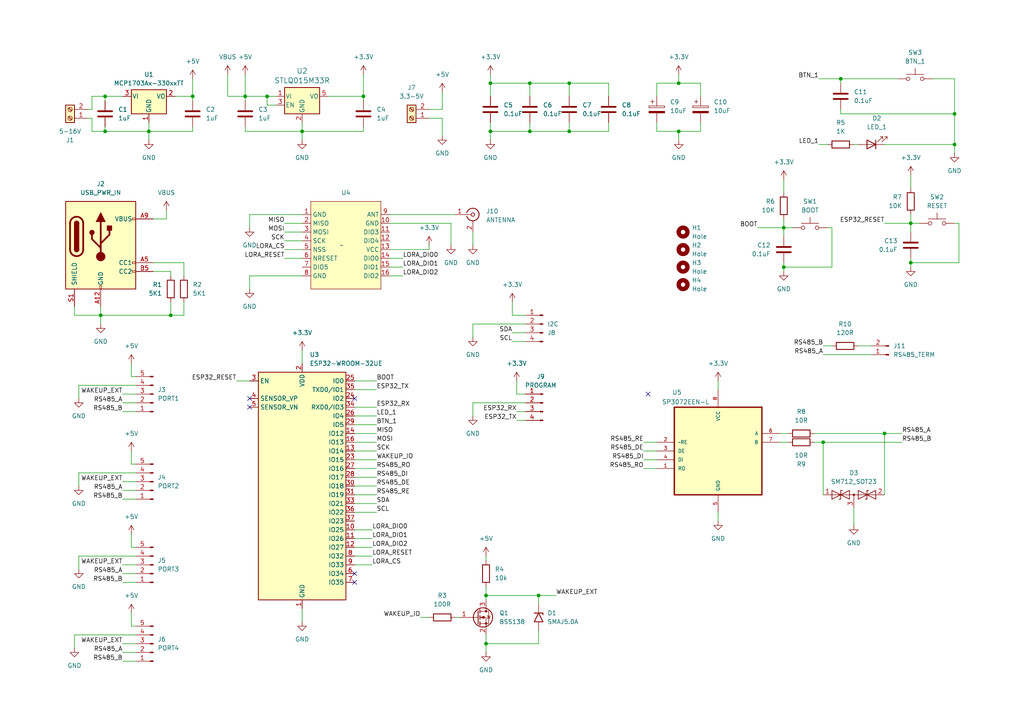
<source format=kicad_sch>
(kicad_sch (version 20250114) (generator "eeschema") (generator_version "9.0")
  (paper "A4")
  (title_block (title "Weather Station Controller Board") (date "2024-09-01") (rev "2.0.0") (company "Artichoke Technologies"))
  (junction (at 243.84 22.86))
  (junction (at 140.97 186.69))
  (junction (at 71.12 27.94))
  (junction (at 264.16 64.77))
  (junction (at 55.88 27.94))
  (junction (at 140.97 172.72))
  (junction (at 43.18 38.1))
  (junction (at 196.85 24.13))
  (junction (at 30.48 38.1))
  (junction (at 153.67 38.1))
  (junction (at 238.76 128.27))
  (junction (at 156.21 172.72))
  (junction (at 30.48 27.94))
  (junction (at 227.33 77.47))
  (junction (at 264.16 76.2))
  (junction (at 142.24 24.13))
  (junction (at 165.1 24.13))
  (junction (at 276.86 33.02))
  (junction (at 165.1 38.1))
  (junction (at 276.86 41.91))
  (junction (at 77.47 27.94))
  (junction (at 49.53 91.44))
  (junction (at 227.33 66.04))
  (junction (at 196.85 38.1))
  (junction (at 256.54 125.73))
  (junction (at 29.21 91.44))
  (junction (at 153.67 24.13))
  (junction (at 87.63 38.1))
  (junction (at 142.24 38.1))
  (junction (at 105.41 27.94))
  (no_connect (at 102.87 115.57))
  (no_connect (at 72.39 115.57))
  (no_connect (at 72.39 118.11))
  (no_connect (at 102.87 166.37))
  (no_connect (at 102.87 168.91))
  (no_connect (at 187.96 114.3))
  (wire (pts (xy 82.55 64.77) (xy 87.63 64.77)))
  (wire (pts (xy 156.21 182.88) (xy 156.21 186.69)))
  (wire (pts (xy 128.27 26.67) (xy 128.27 31.75)))
  (wire (pts (xy 165.1 24.13) (xy 176.53 24.13)))
  (wire (pts (xy 66.04 27.94) (xy 71.12 27.94)))
  (wire (pts (xy 35.56 114.3) (xy 39.37 114.3)))
  (wire (pts (xy 140.97 184.15) (xy 140.97 186.69)))
  (wire (pts (xy 49.53 78.74) (xy 49.53 80.01)))
  (wire (pts (xy 243.84 31.75) (xy 243.84 33.02)))
  (wire (pts (xy 38.1 177.8) (xy 38.1 181.61)))
  (wire (pts (xy 203.2 38.1) (xy 196.85 38.1)))
  (wire (pts (xy 102.87 110.49) (xy 109.22 110.49)))
  (wire (pts (xy 95.25 27.94) (xy 105.41 27.94)))
  (wire (pts (xy 140.97 172.72) (xy 156.21 172.72)))
  (wire (pts (xy 22.86 111.76) (xy 22.86 115.57)))
  (wire (pts (xy 105.41 27.94) (xy 105.41 29.21)))
  (wire (pts (xy 26.67 27.94) (xy 30.48 27.94)))
  (wire (pts (xy 137.16 116.84) (xy 137.16 120.65)))
  (wire (pts (xy 256.54 41.91) (xy 276.86 41.91)))
  (wire (pts (xy 165.1 24.13) (xy 165.1 27.94)))
  (wire (pts (xy 266.7 64.77) (xy 264.16 64.77)))
  (wire (pts (xy 264.16 64.77) (xy 264.16 67.31)))
  (wire (pts (xy 113.03 74.93) (xy 116.84 74.93)))
  (wire (pts (xy 256.54 125.73) (xy 256.54 143.51)))
  (wire (pts (xy 156.21 186.69) (xy 140.97 186.69)))
  (wire (pts (xy 22.86 137.16) (xy 22.86 140.97)))
  (wire (pts (xy 176.53 24.13) (xy 176.53 27.94)))
  (wire (pts (xy 256.54 125.73) (xy 261.62 125.73)))
  (wire (pts (xy 130.81 64.77) (xy 130.81 71.12)))
  (wire (pts (xy 77.47 30.48) (xy 77.47 27.94)))
  (wire (pts (xy 113.03 62.23) (xy 132.08 62.23)))
  (wire (pts (xy 30.48 27.94) (xy 35.56 27.94)))
  (wire (pts (xy 276.86 64.77) (xy 278.13 64.77)))
  (wire (pts (xy 124.46 71.12) (xy 124.46 72.39)))
  (wire (pts (xy 113.03 64.77) (xy 130.81 64.77)))
  (wire (pts (xy 113.03 72.39) (xy 124.46 72.39)))
  (wire (pts (xy 238.76 100.33) (xy 241.3 100.33)))
  (wire (pts (xy 82.55 69.85) (xy 87.63 69.85)))
  (wire (pts (xy 248.92 100.33) (xy 252.73 100.33)))
  (wire (pts (xy 35.56 191.77) (xy 39.37 191.77)))
  (wire (pts (xy 153.67 35.56) (xy 153.67 38.1)))
  (wire (pts (xy 44.45 63.5) (xy 48.26 63.5)))
  (wire (pts (xy 264.16 76.2) (xy 264.16 77.47)))
  (wire (pts (xy 140.97 172.72) (xy 140.97 173.99)))
  (wire (pts (xy 55.88 22.86) (xy 55.88 27.94)))
  (wire (pts (xy 39.37 111.76) (xy 22.86 111.76)))
  (wire (pts (xy 102.87 138.43) (xy 109.22 138.43)))
  (wire (pts (xy 132.08 179.07) (xy 133.35 179.07)))
  (wire (pts (xy 102.87 161.29) (xy 107.95 161.29)))
  (wire (pts (xy 186.69 133.35) (xy 190.5 133.35)))
  (wire (pts (xy 238.76 128.27) (xy 238.76 143.51)))
  (wire (pts (xy 71.12 36.83) (xy 71.12 38.1)))
  (wire (pts (xy 137.16 67.31) (xy 137.16 71.12)))
  (wire (pts (xy 226.06 125.73) (xy 228.6 125.73)))
  (wire (pts (xy 196.85 24.13) (xy 203.2 24.13)))
  (wire (pts (xy 87.63 62.23) (xy 72.39 62.23)))
  (wire (pts (xy 38.1 154.94) (xy 38.1 158.75)))
  (wire (pts (xy 30.48 38.1) (xy 43.18 38.1)))
  (wire (pts (xy 44.45 76.2) (xy 53.34 76.2)))
  (wire (pts (xy 276.86 33.02) (xy 276.86 41.91)))
  (wire (pts (xy 102.87 118.11) (xy 109.22 118.11)))
  (wire (pts (xy 29.21 91.44) (xy 29.21 93.98)))
  (wire (pts (xy 278.13 76.2) (xy 264.16 76.2)))
  (wire (pts (xy 186.69 135.89) (xy 190.5 135.89)))
  (wire (pts (xy 35.56 142.24) (xy 39.37 142.24)))
  (wire (pts (xy 142.24 38.1) (xy 142.24 40.64)))
  (wire (pts (xy 87.63 35.56) (xy 87.63 38.1)))
  (wire (pts (xy 276.86 22.86) (xy 276.86 33.02)))
  (wire (pts (xy 26.67 34.29) (xy 26.67 38.1)))
  (wire (pts (xy 226.06 128.27) (xy 228.6 128.27)))
  (wire (pts (xy 152.4 116.84) (xy 137.16 116.84)))
  (wire (pts (xy 227.33 66.04) (xy 227.33 68.58)))
  (wire (pts (xy 102.87 146.05) (xy 109.22 146.05)))
  (wire (pts (xy 113.03 77.47) (xy 116.84 77.47)))
  (wire (pts (xy 142.24 24.13) (xy 153.67 24.13)))
  (wire (pts (xy 237.49 41.91) (xy 240.03 41.91)))
  (wire (pts (xy 35.56 116.84) (xy 39.37 116.84)))
  (wire (pts (xy 30.48 27.94) (xy 30.48 29.21)))
  (wire (pts (xy 22.86 161.29) (xy 22.86 165.1)))
  (wire (pts (xy 49.53 91.44) (xy 53.34 91.44)))
  (wire (pts (xy 102.87 120.65) (xy 109.22 120.65)))
  (wire (pts (xy 264.16 64.77) (xy 256.54 64.77)))
  (wire (pts (xy 142.24 38.1) (xy 153.67 38.1)))
  (wire (pts (xy 49.53 87.63) (xy 49.53 91.44)))
  (wire (pts (xy 72.39 80.01) (xy 72.39 83.82)))
  (wire (pts (xy 186.69 130.81) (xy 190.5 130.81)))
  (wire (pts (xy 190.5 38.1) (xy 190.5 35.56)))
  (wire (pts (xy 87.63 101.6) (xy 87.63 105.41)))
  (wire (pts (xy 142.24 27.94) (xy 142.24 24.13)))
  (wire (pts (xy 35.56 119.38) (xy 39.37 119.38)))
  (wire (pts (xy 243.84 22.86) (xy 260.35 22.86)))
  (wire (pts (xy 196.85 38.1) (xy 196.85 40.64)))
  (wire (pts (xy 241.3 77.47) (xy 227.33 77.47)))
  (wire (pts (xy 264.16 74.93) (xy 264.16 76.2)))
  (wire (pts (xy 53.34 76.2) (xy 53.34 80.01)))
  (wire (pts (xy 102.87 123.19) (xy 109.22 123.19)))
  (wire (pts (xy 48.26 63.5) (xy 48.26 60.96)))
  (wire (pts (xy 21.59 91.44) (xy 29.21 91.44)))
  (wire (pts (xy 208.28 110.49) (xy 208.28 113.03)))
  (wire (pts (xy 71.12 27.94) (xy 77.47 27.94)))
  (wire (pts (xy 208.28 148.59) (xy 208.28 151.13)))
  (wire (pts (xy 247.65 147.32) (xy 247.65 152.4)))
  (wire (pts (xy 102.87 125.73) (xy 109.22 125.73)))
  (wire (pts (xy 124.46 34.29) (xy 128.27 34.29)))
  (wire (pts (xy 29.21 91.44) (xy 49.53 91.44)))
  (wire (pts (xy 26.67 31.75) (xy 26.67 27.94)))
  (wire (pts (xy 137.16 93.98) (xy 137.16 97.79)))
  (wire (pts (xy 21.59 88.9) (xy 21.59 91.44)))
  (wire (pts (xy 25.4 34.29) (xy 26.67 34.29)))
  (wire (pts (xy 264.16 50.8) (xy 264.16 54.61)))
  (wire (pts (xy 29.21 88.9) (xy 29.21 91.44)))
  (wire (pts (xy 190.5 24.13) (xy 196.85 24.13)))
  (wire (pts (xy 71.12 29.21) (xy 71.12 27.94)))
  (wire (pts (xy 227.33 66.04) (xy 219.71 66.04)))
  (wire (pts (xy 227.33 77.47) (xy 227.33 78.74)))
  (wire (pts (xy 55.88 36.83) (xy 55.88 38.1)))
  (wire (pts (xy 102.87 133.35) (xy 109.22 133.35)))
  (wire (pts (xy 142.24 38.1) (xy 142.24 35.56)))
  (wire (pts (xy 153.67 24.13) (xy 165.1 24.13)))
  (wire (pts (xy 39.37 137.16) (xy 22.86 137.16)))
  (wire (pts (xy 241.3 66.04) (xy 241.3 77.47)))
  (wire (pts (xy 102.87 148.59) (xy 109.22 148.59)))
  (wire (pts (xy 124.46 31.75) (xy 128.27 31.75)))
  (wire (pts (xy 102.87 140.97) (xy 109.22 140.97)))
  (wire (pts (xy 105.41 21.59) (xy 105.41 27.94)))
  (wire (pts (xy 227.33 66.04) (xy 227.33 63.5)))
  (wire (pts (xy 153.67 24.13) (xy 153.67 27.94)))
  (wire (pts (xy 148.59 87.63) (xy 148.59 91.44)))
  (wire (pts (xy 140.97 161.29) (xy 140.97 162.56)))
  (wire (pts (xy 38.1 181.61) (xy 39.37 181.61)))
  (wire (pts (xy 35.56 144.78) (xy 39.37 144.78)))
  (wire (pts (xy 55.88 27.94) (xy 55.88 29.21)))
  (wire (pts (xy 43.18 38.1) (xy 55.88 38.1)))
  (wire (pts (xy 44.45 78.74) (xy 49.53 78.74)))
  (wire (pts (xy 25.4 31.75) (xy 26.67 31.75)))
  (wire (pts (xy 35.56 186.69) (xy 39.37 186.69)))
  (wire (pts (xy 35.56 139.7) (xy 39.37 139.7)))
  (wire (pts (xy 50.8 27.94) (xy 55.88 27.94)))
  (wire (pts (xy 128.27 34.29) (xy 128.27 39.37)))
  (wire (pts (xy 165.1 35.56) (xy 165.1 38.1)))
  (wire (pts (xy 148.59 96.52) (xy 152.4 96.52)))
  (wire (pts (xy 276.86 41.91) (xy 276.86 44.45)))
  (wire (pts (xy 30.48 36.83) (xy 30.48 38.1)))
  (wire (pts (xy 43.18 38.1) (xy 43.18 40.64)))
  (wire (pts (xy 38.1 134.62) (xy 39.37 134.62)))
  (wire (pts (xy 102.87 143.51) (xy 109.22 143.51)))
  (wire (pts (xy 243.84 22.86) (xy 243.84 24.13)))
  (wire (pts (xy 196.85 21.59) (xy 196.85 24.13)))
  (wire (pts (xy 39.37 184.15) (xy 21.59 184.15)))
  (wire (pts (xy 105.41 38.1) (xy 105.41 36.83)))
  (wire (pts (xy 102.87 113.03) (xy 109.22 113.03)))
  (wire (pts (xy 149.86 110.49) (xy 149.86 114.3)))
  (wire (pts (xy 156.21 172.72) (xy 156.21 175.26)))
  (wire (pts (xy 71.12 21.59) (xy 71.12 27.94)))
  (wire (pts (xy 102.87 163.83) (xy 107.95 163.83)))
  (wire (pts (xy 190.5 27.94) (xy 190.5 24.13)))
  (wire (pts (xy 186.69 128.27) (xy 190.5 128.27)))
  (wire (pts (xy 243.84 33.02) (xy 276.86 33.02)))
  (wire (pts (xy 35.56 163.83) (xy 39.37 163.83)))
  (wire (pts (xy 38.1 130.81) (xy 38.1 134.62)))
  (wire (pts (xy 236.22 128.27) (xy 238.76 128.27)))
  (wire (pts (xy 142.24 21.59) (xy 142.24 24.13)))
  (wire (pts (xy 87.63 176.53) (xy 87.63 180.34)))
  (wire (pts (xy 240.03 66.04) (xy 241.3 66.04)))
  (wire (pts (xy 203.2 24.13) (xy 203.2 27.94)))
  (wire (pts (xy 68.58 110.49) (xy 72.39 110.49)))
  (wire (pts (xy 148.59 99.06) (xy 152.4 99.06)))
  (wire (pts (xy 229.87 66.04) (xy 227.33 66.04)))
  (wire (pts (xy 152.4 119.38) (xy 149.86 119.38)))
  (wire (pts (xy 176.53 38.1) (xy 165.1 38.1)))
  (wire (pts (xy 113.03 80.01) (xy 116.84 80.01)))
  (wire (pts (xy 71.12 38.1) (xy 87.63 38.1)))
  (wire (pts (xy 237.49 22.86) (xy 243.84 22.86)))
  (wire (pts (xy 38.1 158.75) (xy 39.37 158.75)))
  (wire (pts (xy 152.4 114.3) (xy 149.86 114.3)))
  (wire (pts (xy 38.1 109.22) (xy 39.37 109.22)))
  (wire (pts (xy 196.85 38.1) (xy 190.5 38.1)))
  (wire (pts (xy 227.33 52.07) (xy 227.33 55.88)))
  (wire (pts (xy 102.87 158.75) (xy 107.95 158.75)))
  (wire (pts (xy 72.39 62.23) (xy 72.39 66.04)))
  (wire (pts (xy 270.51 22.86) (xy 276.86 22.86)))
  (wire (pts (xy 77.47 27.94) (xy 80.01 27.94)))
  (wire (pts (xy 43.18 38.1) (xy 43.18 35.56)))
  (wire (pts (xy 102.87 135.89) (xy 109.22 135.89)))
  (wire (pts (xy 152.4 91.44) (xy 148.59 91.44)))
  (wire (pts (xy 264.16 64.77) (xy 264.16 62.23)))
  (wire (pts (xy 203.2 35.56) (xy 203.2 38.1)))
  (wire (pts (xy 278.13 64.77) (xy 278.13 76.2)))
  (wire (pts (xy 121.92 179.07) (xy 124.46 179.07)))
  (wire (pts (xy 21.59 184.15) (xy 21.59 187.96)))
  (wire (pts (xy 152.4 121.92) (xy 149.86 121.92)))
  (wire (pts (xy 238.76 102.87) (xy 252.73 102.87)))
  (wire (pts (xy 176.53 35.56) (xy 176.53 38.1)))
  (wire (pts (xy 39.37 161.29) (xy 22.86 161.29)))
  (wire (pts (xy 152.4 93.98) (xy 137.16 93.98)))
  (wire (pts (xy 236.22 125.73) (xy 256.54 125.73)))
  (wire (pts (xy 82.55 72.39) (xy 87.63 72.39)))
  (wire (pts (xy 156.21 172.72) (xy 161.29 172.72)))
  (wire (pts (xy 66.04 21.59) (xy 66.04 27.94)))
  (wire (pts (xy 102.87 156.21) (xy 107.95 156.21)))
  (wire (pts (xy 82.55 67.31) (xy 87.63 67.31)))
  (wire (pts (xy 87.63 38.1) (xy 105.41 38.1)))
  (wire (pts (xy 87.63 80.01) (xy 72.39 80.01)))
  (wire (pts (xy 102.87 128.27) (xy 109.22 128.27)))
  (wire (pts (xy 35.56 189.23) (xy 39.37 189.23)))
  (wire (pts (xy 87.63 40.64) (xy 87.63 38.1)))
  (wire (pts (xy 38.1 105.41) (xy 38.1 109.22)))
  (wire (pts (xy 247.65 41.91) (xy 248.92 41.91)))
  (wire (pts (xy 140.97 186.69) (xy 140.97 189.23)))
  (wire (pts (xy 35.56 166.37) (xy 39.37 166.37)))
  (wire (pts (xy 140.97 170.18) (xy 140.97 172.72)))
  (wire (pts (xy 35.56 168.91) (xy 39.37 168.91)))
  (wire (pts (xy 26.67 38.1) (xy 30.48 38.1)))
  (wire (pts (xy 53.34 91.44) (xy 53.34 87.63)))
  (wire (pts (xy 80.01 30.48) (xy 77.47 30.48)))
  (wire (pts (xy 102.87 130.81) (xy 109.22 130.81)))
  (wire (pts (xy 227.33 76.2) (xy 227.33 77.47)))
  (wire (pts (xy 102.87 153.67) (xy 107.95 153.67)))
  (wire (pts (xy 153.67 38.1) (xy 165.1 38.1)))
  (wire (pts (xy 238.76 128.27) (xy 261.62 128.27)))
  (wire (pts (xy 82.55 74.93) (xy 87.63 74.93)))
  (label "RS485_B" (at 35.56 119.38 180))
  (label "SCL" (at 109.22 148.59 0))
  (label "RS485_RE" (at 109.22 143.51 0))
  (label "LED_1" (at 109.22 120.65 0))
  (label "RS485_A" (at 35.56 189.23 180))
  (label "RS485_DE" (at 186.69 130.81 180))
  (label "RS485_B" (at 35.56 168.91 180))
  (label "LED_1" (at 237.49 41.91 180))
  (label "BTN_1" (at 109.22 123.19 0))
  (label "MISO" (at 82.55 64.77 180))
  (label "LORA_CS" (at 82.55 72.39 180))
  (label "WAKEUP_EXT" (at 161.29 172.72 0))
  (label "LORA_DIO1" (at 107.95 156.21 0))
  (label "RS485_A" (at 238.76 102.87 180))
  (label "RS485_A" (at 35.56 166.37 180))
  (label "ESP32_RESET" (at 68.58 110.49 180))
  (label "SCK" (at 82.55 69.85 180))
  (label "RS485_RO" (at 186.69 135.89 180))
  (label "LORA_RESET" (at 82.55 74.93 180))
  (label "RS485_A" (at 35.56 116.84 180))
  (label "LORA_DIO2" (at 116.84 80.01 0))
  (label "BTN_1" (at 237.49 22.86 180))
  (label "WAKEUP_EXT" (at 35.56 139.7 180))
  (label "RS485_A" (at 261.62 125.73 0))
  (label "RS485_DI" (at 186.69 133.35 180))
  (label "BOOT" (at 109.22 110.49 0))
  (label "RS485_RE" (at 186.69 128.27 180))
  (label "LORA_RESET" (at 107.95 161.29 0))
  (label "WAKEUP_EXT" (at 35.56 163.83 180))
  (label "LORA_DIO2" (at 107.95 158.75 0))
  (label "RS485_DE" (at 109.22 140.97 0))
  (label "SCL" (at 148.59 99.06 180))
  (label "WAKEUP_EXT" (at 35.56 186.69 180))
  (label "LORA_DIO1" (at 116.84 77.47 0))
  (label "BOOT" (at 219.71 66.04 180))
  (label "RS485_DI" (at 109.22 138.43 0))
  (label "LORA_DIO0" (at 116.84 74.93 0))
  (label "SDA" (at 148.59 96.52 180))
  (label "LORA_DIO0" (at 107.95 153.67 0))
  (label "ESP32_TX" (at 149.86 121.92 180))
  (label "ESP32_TX" (at 109.22 113.03 0))
  (label "SCK" (at 109.22 130.81 0))
  (label "ESP32_RESET" (at 256.54 64.77 180))
  (label "WAKEUP_EXT" (at 35.56 114.3 180))
  (label "ESP32_RX" (at 149.86 119.38 180))
  (label "SDA" (at 109.22 146.05 0))
  (label "RS485_B" (at 35.56 191.77 180))
  (label "RS485_B" (at 35.56 144.78 180))
  (label "WAKEUP_IO" (at 109.22 133.35 0))
  (label "RS485_B" (at 261.62 128.27 0))
  (label "LORA_CS" (at 107.95 163.83 0))
  (label "RS485_B" (at 238.76 100.33 180))
  (label "WAKEUP_IO" (at 121.92 179.07 180))
  (label "RS485_A" (at 35.56 142.24 180))
  (label "MISO" (at 109.22 125.73 0))
  (label "MOSI" (at 82.55 67.31 180))
  (label "MOSI" (at 109.22 128.27 0))
  (label "RS485_RO" (at 109.22 135.89 0))
  (label "ESP32_RX" (at 109.22 118.11 0))
  (symbol (lib_id "Connector:Conn_01x05_Pin") (at 44.45 163.83 180) (unit 1)
    (property "Reference" "J5" (at 45.72 162.5599 0) (effects (justify right)))
    (property "Value" "PORT3" (at 45.72 165.0999 0) (effects (justify right)))
    (property "Footprint" "Connector_JST:JST_XH_B5B-XH-A_1x05_P2.50mm_Vertical" (effects (hide yes)))
    (property "Description" "Generic connector, single row, 01x05, script generated" (effects (hide yes)))
  )
  (symbol (lib_id "power:+3.3V") (at 227.33 52.07 0) (mirror y) (unit 1)
    (property "Reference" "#PWR038" (effects (hide yes)))
    (property "Value" "+3.3V" (at 227.33 46.99 0))
    (property "Description" "Power symbol creates a global label with name \"+3.3V\"" (effects (hide yes)))
  )
  (symbol (lib_id "Mechanical:MountingHole") (at 198.12 72.39 0) (unit 1) (in_bom no)
    (property "Reference" "H2" (at 200.66 71.1199 0) (effects (justify left)))
    (property "Value" "Hole" (at 200.66 73.6599 0) (effects (justify left)))
    (property "Footprint" "MountingHole:MountingHole_3.5mm" (effects (hide yes)))
    (property "Description" "Mounting Hole without connection" (effects (hide yes)))
  )
  (symbol (lib_id "power:VBUS") (at 66.04 21.59 0) (unit 1)
    (property "Reference" "#PWR013" (effects (hide yes)))
    (property "Value" "VBUS" (at 66.04 16.51 0))
    (property "Description" "Power symbol creates a global label with name \"VBUS\"" (effects (hide yes)))
  )
  (symbol (lib_id "power:GND") (at 130.81 71.12 0) (unit 1)
    (property "Reference" "#PWR034" (effects (hide yes)))
    (property "Value" "GND" (at 130.81 76.2 0))
  )
  (symbol (lib_id "Diode:SMAJ5.0A") (at 156.21 179.07 270) (unit 1)
    (property "Reference" "D1" (at 158.75 177.7999 90) (effects (justify left)))
    (property "Value" "SMAJ5.0A" (at 158.75 180.3399 90) (effects (justify left)))
    (property "Footprint" "Diode_SMD:D_SMA" (effects (hide yes)))
    (property "Datasheet" "https://www.littelfuse.com/media?resourcetype=datasheets&itemid=75e32973-b177-4ee3-a0ff-cedaf1abdb93&filename=smaj-datasheet" (effects (hide yes)))
    (property "Description" "400W unidirectional Transient Voltage Suppressor, 5.0Vr, SMA(DO-214AC)" (effects (hide yes)))
  )
  (symbol (lib_id "power:+5V") (at 38.1 177.8 0) (unit 1)
    (property "Reference" "#PWR09" (effects (hide yes)))
    (property "Value" "+5V" (at 38.1 172.72 0))
    (property "Description" "Power symbol creates a global label with name \"+5V\"" (effects (hide yes)))
  )
  (symbol (lib_id "power:GND") (at 22.86 165.1 0) (unit 1)
    (property "Reference" "#PWR03" (effects (hide yes)))
    (property "Value" "GND" (at 22.86 170.18 0))
    (property "Description" "Power symbol creates a global label with name \"GND\" , ground" (effects (hide yes)))
  )
  (symbol (lib_id "power:+3.3V") (at 264.16 50.8 0) (mirror y) (unit 1)
    (property "Reference" "#PWR040" (effects (hide yes)))
    (property "Value" "+3.3V" (at 264.16 45.72 0))
    (property "Description" "Power symbol creates a global label with name \"+3.3V\"" (effects (hide yes)))
  )
  (symbol (lib_id "SP3072EEN-L:SP3072EEN-L") (at 208.28 128.27 0) (unit 1)
    (property "Reference" "U5" (at 196.342 113.792 0))
    (property "Value" "SP3072EEN-L" (at 198.882 116.586 0))
    (property "Footprint" "Package_SO:SOIC-8_3.9x4.9mm_P1.27mm" (effects (hide yes)))
    (property "MF" "MaxLinear, Inc." (effects (hide yes)))
    (property "Description_1" "TRANSCEIVER RS-485 3V, SMD, 3072; Device Type:Differential; Interface Type:RS422, RS485; No. of Drivers:1; Supply Voltage Range:3V to 3.6V; Driver Case Style:SOIC; No. of Pins:8; Operating Temperature Range:-40°C to +85°C; Base Number:3072; Data Rate:250Kbps; Data Rate:250Kbps; IC Generic Number:3072; Interface:RS422, RS485; Interface Type:RS485; Line / Bus Driver / Receiver / Transceiver Type:Transceiver; Logic Function Number:3072; No. of Channels:1; No. of Receivers:1; No. of Transceivers:1; Operating Temperature Max:85°C; Operating Temperature Min:-40°C; Package / Case:NSOIC; Power Dissipation Pd:471mW; Power Dissipation Pd:471mW; Supply Current:0.8mA; Supply Voltage:3.3V; Supply Voltage Max:3.6V; Supply Voltage Min:3V; Termination Type:SMD; Voltage Vcc:6V" (effects (hide yes)))
    (property "PACKAGE" "SOIC-8" (effects (hide yes)))
    (property "MPN" "SP3072EEN-L" (effects (hide yes)))
    (property "Price" "None" (effects (hide yes)))
    (property "Package" "SOIC-8 Exar" (effects (hide yes)))
    (property "OC_FARNELL" "9386670" (effects (hide yes)))
    (property "SnapEDA_Link" "https://www.snapeda.com/parts/SP3072EEN-L/MaxLinear/view-part/?ref=snap" (effects (hide yes)))
    (property "MP" "SP3072EEN-L" (effects (hide yes)))
    (property "SUPPLIER" "Exar" (effects (hide yes)))
    (property "OC_NEWARK" "24R0134" (effects (hide yes)))
    (property "Availability" "In Stock" (effects (hide yes)))
    (property "Check_prices" "https://www.snapeda.com/parts/SP3072EEN-L/MaxLinear/view-part/?ref=eda" (effects (hide yes)))
  )
  (symbol (lib_id "Device:C") (at 30.48 33.02 0) (unit 1)
    (property "Reference" "C1" (at 34.29 31.7499 0) (effects (justify left)))
    (property "Value" "1uF" (at 34.29 34.2899 0) (effects (justify left)))
    (property "Footprint" "Capacitor_THT:C_Disc_D4.7mm_W2.5mm_P5.00mm" (effects (hide yes)))
    (property "Description" "Unpolarized capacitor" (effects (hide yes)))
  )
  (symbol (lib_id "power:GND") (at 87.63 180.34 0) (unit 1)
    (property "Reference" "#PWR019" (effects (hide yes)))
    (property "Value" "GND" (at 87.63 185.42 0))
    (property "Description" "Power symbol creates a global label with name \"GND\" , ground" (effects (hide yes)))
  )
  (symbol (lib_id "power:+3.3V") (at 148.59 87.63 0) (unit 1)
    (property "Reference" "#PWR028" (effects (hide yes)))
    (property "Value" "+3.3V" (at 148.59 82.55 0))
    (property "Description" "Power symbol creates a global label with name \"+3.3V\"" (effects (hide yes)))
  )
  (symbol (lib_id "power:+3.3V") (at 124.46 71.12 0) (unit 1)
    (property "Reference" "#PWR031" (effects (hide yes)))
    (property "Value" "+3.3V" (at 124.46 66.04 0))
  )
  (symbol (lib_id "Device:C") (at 165.1 31.75 0) (unit 1)
    (property "Reference" "C7" (at 168.91 30.4799 0) (effects (justify left)))
    (property "Value" "0.1uF" (at 168.91 33.0199 0) (effects (justify left)))
    (property "Footprint" "Capacitor_THT:C_Disc_D4.7mm_W2.5mm_P5.00mm" (effects (hide yes)))
    (property "Description" "Unpolarized capacitor" (effects (hide yes)))
  )
  (symbol (lib_id "Device:R") (at 243.84 41.91 90) (unit 1)
    (property "Reference" "R5" (at 243.84 35.56 90))
    (property "Value" "1K" (at 243.84 38.1 90))
    (property "Footprint" "Resistor_THT:R_Axial_DIN0207_L6.3mm_D2.5mm_P10.16mm_Horizontal" (effects (hide yes)))
    (property "Description" "Resistor" (effects (hide yes)))
  )
  (symbol (lib_id "Connector:Screw_Terminal_01x02") (at 20.32 34.29 180) (unit 1)
    (property "Reference" "J1" (at 20.32 40.64 0))
    (property "Value" "5-16V" (at 20.32 38.1 0))
    (property "Footprint" "TerminalBlock:TerminalBlock_bornier-2_P5.08mm" (effects (hide yes)))
    (property "Description" "Generic screw terminal, single row, 01x02, script generated (kicad-library-utils/schlib/autogen/connector/)" (effects (hide yes)))
  )
  (symbol (lib_id "Device:R") (at 227.33 59.69 0) (mirror y) (unit 1)
    (property "Reference" "R6" (at 224.79 58.4199 0) (effects (justify left)))
    (property "Value" "10K" (at 224.79 60.9599 0) (effects (justify left)))
    (property "Footprint" "Resistor_THT:R_Axial_DIN0207_L6.3mm_D2.5mm_P10.16mm_Horizontal" (effects (hide yes)))
    (property "Description" "Resistor" (effects (hide yes)))
  )
  (symbol (lib_id "power:GND") (at 43.18 40.64 0) (unit 1)
    (property "Reference" "#PWR010" (effects (hide yes)))
    (property "Value" "GND" (at 43.18 45.72 0))
    (property "Description" "Power symbol creates a global label with name \"GND\" , ground" (effects (hide yes)))
  )
  (symbol (lib_id "Device:C") (at 176.53 31.75 0) (unit 1)
    (property "Reference" "C8" (at 180.34 30.4799 0) (effects (justify left)))
    (property "Value" "0.1uF" (at 180.34 33.0199 0) (effects (justify left)))
    (property "Footprint" "Capacitor_THT:C_Disc_D4.7mm_W2.5mm_P5.00mm" (effects (hide yes)))
    (property "Description" "Unpolarized capacitor" (effects (hide yes)))
  )
  (symbol (lib_id "Device:C") (at 105.41 33.02 0) (unit 1)
    (property "Reference" "C4" (at 109.22 31.7499 0) (effects (justify left)))
    (property "Value" "1uF" (at 109.22 34.2899 0) (effects (justify left)))
    (property "Footprint" "Capacitor_THT:C_Disc_D4.7mm_W2.5mm_P5.00mm" (effects (hide yes)))
    (property "Description" "Unpolarized capacitor" (effects (hide yes)))
  )
  (symbol (lib_id "Device:LED") (at 252.73 41.91 180) (unit 1)
    (property "Reference" "D2" (at 254.3175 34.29 0))
    (property "Value" "LED_1" (at 254.3175 36.83 0))
    (property "Footprint" "LED_THT:LED_D3.0mm_Horizontal_O3.81mm_Z2.0mm" (effects (hide yes)))
    (property "Description" "Light emitting diode" (effects (hide yes)))
  )
  (symbol (lib_id "power:+3.3V") (at 196.85 21.59 0) (unit 1)
    (property "Reference" "#PWR032" (effects (hide yes)))
    (property "Value" "+3.3V" (at 196.85 16.51 0))
    (property "Description" "Power symbol creates a global label with name \"+3.3V\"" (effects (hide yes)))
  )
  (symbol (lib_id "power:GND") (at 29.21 93.98 0) (unit 1)
    (property "Reference" "#PWR05" (effects (hide yes)))
    (property "Value" "GND" (at 29.21 99.06 0))
    (property "Description" "Power symbol creates a global label with name \"GND\" , ground" (effects (hide yes)))
  )
  (symbol (lib_id "Device:R") (at 128.27 179.07 270) (unit 1)
    (property "Reference" "R3" (at 128.27 172.72 90))
    (property "Value" "100R" (at 128.27 175.26 90))
    (property "Footprint" "Resistor_THT:R_Axial_DIN0207_L6.3mm_D2.5mm_P10.16mm_Horizontal" (effects (hide yes)))
    (property "Description" "Resistor" (effects (hide yes)))
  )
  (symbol (lib_id "power:+5V") (at 128.27 26.67 0) (unit 1)
    (property "Reference" "#PWR014" (effects (hide yes)))
    (property "Value" "+5V" (at 128.27 21.59 0))
    (property "Description" "Power symbol creates a global label with name \"+5V\"" (effects (hide yes)))
  )
  (symbol (lib_id "Mechanical:MountingHole") (at 198.12 82.55 0) (unit 1) (in_bom no)
    (property "Reference" "H4" (at 200.66 81.2799 0) (effects (justify left)))
    (property "Value" "Hole" (at 200.66 83.8199 0) (effects (justify left)))
    (property "Footprint" "MountingHole:MountingHole_3.5mm" (effects (hide yes)))
    (property "Description" "Mounting Hole without connection" (effects (hide yes)))
  )
  (symbol (lib_id "power:GND") (at 72.39 66.04 0) (unit 1)
    (property "Reference" "#PWR023" (effects (hide yes)))
    (property "Value" "GND" (at 72.39 71.12 0))
  )
  (symbol (lib_id "Device:C") (at 153.67 31.75 0) (unit 1)
    (property "Reference" "C6" (at 157.48 30.4799 0) (effects (justify left)))
    (property "Value" "0.1uF" (at 157.48 33.0199 0) (effects (justify left)))
    (property "Footprint" "Capacitor_THT:C_Disc_D4.7mm_W2.5mm_P5.00mm" (effects (hide yes)))
    (property "Description" "Unpolarized capacitor" (effects (hide yes)))
  )
  (symbol (lib_id "Device:C") (at 71.12 33.02 0) (unit 1)
    (property "Reference" "C3" (at 74.93 31.7499 0) (effects (justify left)))
    (property "Value" "1uF" (at 74.93 34.2899 0) (effects (justify left)))
    (property "Footprint" "Capacitor_THT:C_Disc_D4.7mm_W2.5mm_P5.00mm" (effects (hide yes)))
    (property "Description" "Unpolarized capacitor" (effects (hide yes)))
  )
  (symbol (lib_id "Switch:SW_Push") (at 271.78 64.77 0) (mirror y) (unit 1)
    (property "Reference" "SW2" (at 271.78 57.15 0))
    (property "Value" "RESET" (at 271.78 59.69 0))
    (property "Footprint" "push_switch_90deg:SW_1-1825027-1" (effects (hide yes)))
    (property "Description" "Push button switch, generic, two pins" (effects (hide yes)))
  )
  (symbol (lib_id "Mechanical:MountingHole") (at 198.12 67.31 0) (unit 1) (in_bom no)
    (property "Reference" "H1" (at 200.66 66.0399 0) (effects (justify left)))
    (property "Value" "Hole" (at 200.66 68.5799 0) (effects (justify left)))
    (property "Footprint" "MountingHole:MountingHole_3.5mm" (effects (hide yes)))
    (property "Description" "Mounting Hole without connection" (effects (hide yes)))
  )
  (symbol (lib_id "power:GND") (at 137.16 71.12 0) (unit 1)
    (property "Reference" "#PWR035" (effects (hide yes)))
    (property "Value" "GND" (at 137.16 76.2 0))
  )
  (symbol (lib_id "power:+5V") (at 71.12 21.59 0) (unit 1)
    (property "Reference" "#PWR016" (effects (hide yes)))
    (property "Value" "+5V" (at 71.12 16.51 0))
    (property "Description" "Power symbol creates a global label with name \"+5V\"" (effects (hide yes)))
  )
  (symbol (lib_id "power:VBUS") (at 48.26 60.96 0) (unit 1)
    (property "Reference" "#PWR011" (effects (hide yes)))
    (property "Value" "VBUS" (at 48.26 55.88 0))
    (property "Description" "Power symbol creates a global label with name \"VBUS\"" (effects (hide yes)))
  )
  (symbol (lib_id "power:GND") (at 227.33 78.74 0) (mirror y) (unit 1)
    (property "Reference" "#PWR039" (effects (hide yes)))
    (property "Value" "GND" (at 227.33 83.82 0))
    (property "Description" "Power symbol creates a global label with name \"GND\" , ground" (effects (hide yes)))
  )
  (symbol (lib_id "Device:R") (at 232.41 128.27 90) (unit 1)
    (property "Reference" "R9" (at 232.41 134.62 90))
    (property "Value" "10R" (at 232.41 132.08 90))
    (property "Footprint" "Resistor_THT:R_Axial_DIN0207_L6.3mm_D2.5mm_P10.16mm_Horizontal" (effects (hide yes)))
    (property "Description" "Resistor" (effects (hide yes)))
  )
  (symbol (lib_id "STLQ015M33R:STLQ015M33R") (at 87.63 29.21 0) (unit 1)
    (property "Reference" "U2" (at 87.63 20.574 0) (effects (font (size 1.524 1.524))))
    (property "Value" "STLQ015M33R" (at 87.63 23.368 0) (effects (font (size 1.524 1.524))))
    (property "Footprint" "Package_TO_SOT_SMD:SOT-23-5_HandSoldering" (effects (hide yes)))
    (property "Datasheet" "STLQ015M33R" (effects (hide yes)))
  )
  (symbol (lib_id "power:GND") (at 21.59 187.96 0) (unit 1)
    (property "Reference" "#PWR04" (effects (hide yes)))
    (property "Value" "GND" (at 21.59 193.04 0))
    (property "Description" "Power symbol creates a global label with name \"GND\" , ground" (effects (hide yes)))
  )
  (symbol (lib_id "power:+3.3V") (at 208.28 110.49 0) (unit 1)
    (property "Reference" "#PWR036" (effects (hide yes)))
    (property "Value" "+3.3V" (at 208.28 105.41 0))
    (property "Description" "Power symbol creates a global label with name \"+3.3V\"" (effects (hide yes)))
  )
  (symbol (lib_id "Diode:SM712_SOT23") (at 247.65 143.51 0) (unit 1)
    (property "Reference" "D3" (at 247.65 137.16 0))
    (property "Value" "SM712_SOT23" (at 247.65 139.7 0))
    (property "Footprint" "Package_TO_SOT_SMD:SOT-23" (effects (hide yes)))
    (property "Datasheet" "https://www.littelfuse.com/~/media/electronics/datasheets/tvs_diode_arrays/littelfuse_tvs_diode_array_sm712_datasheet.pdf.pdf" (effects (hide yes)))
    (property "Description" "7V/12V, 600W Asymmetrical TVS Diode Array, SOT-23" (effects (hide yes)))
  )
  (symbol (lib_id "Device:R") (at 264.16 58.42 0) (mirror y) (unit 1)
    (property "Reference" "R7" (at 261.62 57.1499 0) (effects (justify left)))
    (property "Value" "10K" (at 261.62 59.6899 0) (effects (justify left)))
    (property "Footprint" "Resistor_THT:R_Axial_DIN0207_L6.3mm_D2.5mm_P10.16mm_Horizontal" (effects (hide yes)))
    (property "Description" "Resistor" (effects (hide yes)))
  )
  (symbol (lib_id "power:+5V") (at 38.1 105.41 0) (unit 1)
    (property "Reference" "#PWR06" (effects (hide yes)))
    (property "Value" "+5V" (at 38.1 100.33 0))
    (property "Description" "Power symbol creates a global label with name \"+5V\"" (effects (hide yes)))
  )
  (symbol (lib_id "power:GND") (at 22.86 115.57 0) (unit 1)
    (property "Reference" "#PWR01" (effects (hide yes)))
    (property "Value" "GND" (at 22.86 120.65 0))
    (property "Description" "Power symbol creates a global label with name \"GND\" , ground" (effects (hide yes)))
  )
  (symbol (lib_id "Device:C_Polarized") (at 203.2 31.75 0) (unit 1)
    (property "Reference" "C10" (at 207.01 29.5909 0) (effects (justify left)))
    (property "Value" "10uF" (at 207.01 32.1309 0) (effects (justify left)))
    (property "Footprint" "Capacitor_THT:CP_Radial_D5.0mm_P2.50mm" (effects (hide yes)))
    (property "Description" "Polarized capacitor" (effects (hide yes)))
  )
  (symbol (lib_id "RF_Module:ESP32-WROOM-32UE") (at 87.63 140.97 0) (unit 1)
    (property "Reference" "U3" (at 89.8241 102.87 0) (effects (justify left)))
    (property "Value" "ESP32-WROOM-32UE" (at 89.8241 105.41 0) (effects (justify left)))
    (property "Footprint" "RF_Module:ESP32-WROOM-32UE" (effects (hide yes)))
    (property "Datasheet" "https://www.espressif.com/sites/default/files/documentation/esp32-wroom-32e_esp32-wroom-32ue_datasheet_en.pdf" (effects (hide yes)))
    (property "Description" "RF Module, ESP32-D0WD-V3 SoC, without PSRAM, Wi-Fi 802.11b/g/n, Bluetooth, BLE, 32-bit, 2.7-3.6V, external antenna, SMD" (effects (hide yes)))
  )
  (symbol (lib_id "power:GND") (at 22.86 140.97 0) (unit 1)
    (property "Reference" "#PWR02" (effects (hide yes)))
    (property "Value" "GND" (at 22.86 146.05 0))
    (property "Description" "Power symbol creates a global label with name \"GND\" , ground" (effects (hide yes)))
  )
  (symbol (lib_id "power:GND") (at 137.16 97.79 0) (unit 1)
    (property "Reference" "#PWR029" (effects (hide yes)))
    (property "Value" "GND" (at 137.16 102.87 0))
    (property "Description" "Power symbol creates a global label with name \"GND\" , ground" (effects (hide yes)))
  )
  (symbol (lib_id "Connector:Screw_Terminal_01x02") (at 119.38 34.29 180) (unit 1)
    (property "Reference" "J7" (at 119.38 25.4 0))
    (property "Value" "3.3-5V" (at 119.38 27.94 0))
    (property "Footprint" "TerminalBlock:TerminalBlock_bornier-2_P5.08mm" (effects (hide yes)))
    (property "Description" "Generic screw terminal, single row, 01x02, script generated (kicad-library-utils/schlib/autogen/connector/)" (effects (hide yes)))
  )
  (symbol (lib_id "Device:R") (at 140.97 166.37 0) (unit 1)
    (property "Reference" "R4" (at 143.51 165.0999 0) (effects (justify left)))
    (property "Value" "10k" (at 143.51 167.6399 0) (effects (justify left)))
    (property "Footprint" "Resistor_THT:R_Axial_DIN0207_L6.3mm_D2.5mm_P10.16mm_Horizontal" (effects (hide yes)))
    (property "Description" "Resistor" (effects (hide yes)))
  )
  (symbol (lib_id "Transistor_FET:BSS138") (at 138.43 179.07 0) (unit 1)
    (property "Reference" "Q1" (at 144.78 177.7999 0) (effects (justify left)))
    (property "Value" "BSS138" (at 144.78 180.3399 0) (effects (justify left)))
    (property "Footprint" "Package_TO_SOT_SMD:SOT-23" (effects (hide yes)))
    (property "Datasheet" "https://www.onsemi.com/pub/Collateral/BSS138-D.PDF" (effects (hide yes)))
    (property "Description" "50V Vds, 0.22A Id, N-Channel MOSFET, SOT-23" (effects (hide yes)))
  )
  (symbol (lib_id "Connector:Conn_01x02_Pin") (at 257.81 102.87 180) (unit 1)
    (property "Reference" "J11" (at 259.08 100.3299 0) (effects (justify right)))
    (property "Value" "RS485_TERM" (at 259.08 102.8699 0) (effects (justify right)))
    (property "Footprint" "Connector_PinHeader_2.54mm:PinHeader_1x02_P2.54mm_Horizontal" (effects (hide yes)))
    (property "Description" "Generic connector, single row, 01x02, script generated" (effects (hide yes)))
  )
  (symbol (lib_id "power:+5V") (at 38.1 154.94 0) (unit 1)
    (property "Reference" "#PWR08" (effects (hide yes)))
    (property "Value" "+5V" (at 38.1 149.86 0))
    (property "Description" "Power symbol creates a global label with name \"+5V\"" (effects (hide yes)))
  )
  (symbol (lib_id "Device:C") (at 142.24 31.75 0) (unit 1)
    (property "Reference" "C5" (at 146.05 30.4799 0) (effects (justify left)))
    (property "Value" "0.1uF" (at 146.05 33.0199 0) (effects (justify left)))
    (property "Footprint" "Capacitor_THT:C_Disc_D4.7mm_W2.5mm_P5.00mm" (effects (hide yes)))
    (property "Description" "Unpolarized capacitor" (effects (hide yes)))
  )
  (symbol (lib_id "Connector:Conn_Coaxial") (at 137.16 62.23 0) (unit 1)
    (property "Reference" "J10" (at 140.97 61.2532 0) (effects (justify left)))
    (property "Value" "ANTENNA" (at 140.97 63.7932 0) (effects (justify left)))
    (property "Footprint" "Connector_Coaxial:SMA_Amphenol_901-143_Horizontal" (effects (hide yes)))
    (property "Datasheet" " ~" (effects (hide yes)))
  )
  (symbol (lib_id "power:+3.3V") (at 87.63 101.6 0) (unit 1)
    (property "Reference" "#PWR018" (effects (hide yes)))
    (property "Value" "+3.3V" (at 87.63 96.52 0))
    (property "Description" "Power symbol creates a global label with name \"+3.3V\"" (effects (hide yes)))
  )
  (symbol (lib_id "Connector:USB_C_Receptacle_PowerOnly_6P") (at 29.21 71.12 0) (unit 1)
    (property "Reference" "J2" (at 29.21 53.34 0))
    (property "Value" "USB_PWR_IN" (at 29.21 55.88 0))
    (property "Footprint" "Connector_USB:USB_C_Receptacle_GCT_USB4125-xx-x-0190_6P_TopMnt_Horizontal" (effects (hide yes)))
    (property "Datasheet" "https://www.usb.org/sites/default/files/documents/usb_type-c.zip" (effects (hide yes)))
    (property "Description" "USB Power-Only 6P Type-C Receptacle connector" (effects (hide yes)))
  )
  (symbol (lib_id "Connector:Conn_01x04_Pin") (at 157.48 116.84 0) (mirror y) (unit 1)
    (property "Reference" "J9" (at 156.845 109.22 0))
    (property "Value" "PROGRAM" (at 156.845 111.76 0))
    (property "Footprint" "Connector_PinHeader_2.54mm:PinHeader_1x04_P2.54mm_Vertical" (effects (hide yes)))
    (property "Description" "Generic connector, single row, 01x04, script generated" (effects (hide yes)))
  )
  (symbol (lib_id "power:GND") (at 276.86 44.45 0) (unit 1)
    (property "Reference" "#PWR042" (effects (hide yes)))
    (property "Value" "GND" (at 276.86 49.53 0))
    (property "Description" "Power symbol creates a global label with name \"GND\" , ground" (effects (hide yes)))
  )
  (symbol (lib_id "power:GND") (at 264.16 77.47 0) (mirror y) (unit 1)
    (property "Reference" "#PWR041" (effects (hide yes)))
    (property "Value" "GND" (at 264.16 82.55 0))
    (property "Description" "Power symbol creates a global label with name \"GND\" , ground" (effects (hide yes)))
  )
  (symbol (lib_id "Device:C") (at 264.16 71.12 0) (mirror y) (unit 1)
    (property "Reference" "C13" (at 260.35 69.8499 0) (effects (justify left)))
    (property "Value" "0.1uF" (at 260.35 72.3899 0) (effects (justify left)))
    (property "Footprint" "Capacitor_THT:C_Disc_D4.7mm_W2.5mm_P5.00mm" (effects (hide yes)))
    (property "Description" "Unpolarized capacitor" (effects (hide yes)))
  )
  (symbol (lib_id "power:+3.3V") (at 149.86 110.49 0) (mirror y) (unit 1)
    (property "Reference" "#PWR030" (effects (hide yes)))
    (property "Value" "+3.3V" (at 149.86 105.41 0))
    (property "Description" "Power symbol creates a global label with name \"+3.3V\"" (effects (hide yes)))
  )
  (symbol (lib_id "Connector:Conn_01x05_Pin") (at 44.45 114.3 180) (unit 1)
    (property "Reference" "J3" (at 45.72 113.0299 0) (effects (justify right)))
    (property "Value" "PORT1" (at 45.72 115.5699 0) (effects (justify right)))
    (property "Footprint" "Connector_JST:JST_XH_B5B-XH-A_1x05_P2.50mm_Vertical" (effects (hide yes)))
    (property "Description" "Generic connector, single row, 01x05, script generated" (effects (hide yes)))
  )
  (symbol (lib_id "Connector:Conn_01x04_Pin") (at 157.48 93.98 0) (mirror y) (unit 1)
    (property "Reference" "J8" (at 158.75 96.5201 0) (effects (justify right)))
    (property "Value" "I2C" (at 158.75 93.9801 0) (effects (justify right)))
    (property "Footprint" "Connector_PinHeader_2.54mm:PinHeader_1x04_P2.54mm_Vertical" (effects (hide yes)))
    (property "Description" "Generic connector, single row, 01x04, script generated" (effects (hide yes)))
  )
  (symbol (lib_id "Device:C_Polarized") (at 190.5 31.75 0) (unit 1)
    (property "Reference" "C9" (at 194.31 29.5909 0) (effects (justify left)))
    (property "Value" "10uF" (at 194.31 32.1309 0) (effects (justify left)))
    (property "Footprint" "Capacitor_THT:CP_Radial_D5.0mm_P2.50mm" (effects (hide yes)))
    (property "Description" "Polarized capacitor" (effects (hide yes)))
  )
  (symbol (lib_id "power:GND") (at 208.28 151.13 0) (unit 1)
    (property "Reference" "#PWR037" (effects (hide yes)))
    (property "Value" "GND" (at 208.28 156.21 0))
    (property "Description" "Power symbol creates a global label with name \"GND\" , ground" (effects (hide yes)))
  )
  (symbol (lib_id "power:GND") (at 137.16 120.65 0) (mirror y) (unit 1)
    (property "Reference" "#PWR025" (effects (hide yes)))
    (property "Value" "GND" (at 137.16 125.73 0))
    (property "Description" "Power symbol creates a global label with name \"GND\" , ground" (effects (hide yes)))
  )
  (symbol (lib_id "Device:C") (at 227.33 72.39 0) (mirror y) (unit 1)
    (property "Reference" "C12" (at 223.52 71.1199 0) (effects (justify left)))
    (property "Value" "0.1uF" (at 223.52 73.6599 0) (effects (justify left)))
    (property "Footprint" "Capacitor_THT:C_Disc_D4.7mm_W2.5mm_P5.00mm" (effects (hide yes)))
    (property "Description" "Unpolarized capacitor" (effects (hide yes)))
  )
  (symbol (lib_id "Mechanical:MountingHole") (at 198.12 77.47 0) (unit 1) (in_bom no)
    (property "Reference" "H3" (at 200.66 76.1999 0) (effects (justify left)))
    (property "Value" "Hole" (at 200.66 78.7399 0) (effects (justify left)))
    (property "Footprint" "MountingHole:MountingHole_3.5mm" (effects (hide yes)))
    (property "Description" "Mounting Hole without connection" (effects (hide yes)))
  )
  (symbol (lib_id "power:+3.3V") (at 142.24 21.59 0) (unit 1)
    (property "Reference" "#PWR021" (effects (hide yes)))
    (property "Value" "+3.3V" (at 142.24 16.51 0))
    (property "Description" "Power symbol creates a global label with name \"+3.3V\"" (effects (hide yes)))
  )
  (symbol (lib_id "Device:R") (at 49.53 83.82 0) (mirror y) (unit 1)
    (property "Reference" "R1" (at 46.99 82.5499 0) (effects (justify left)))
    (property "Value" "5K1" (at 46.99 85.0899 0) (effects (justify left)))
    (property "Footprint" "Resistor_THT:R_Axial_DIN0207_L6.3mm_D2.5mm_P10.16mm_Horizontal" (effects (hide yes)))
    (property "Description" "Resistor" (effects (hide yes)))
  )
  (symbol (lib_id "power:+5V") (at 55.88 22.86 0) (unit 1)
    (property "Reference" "#PWR012" (effects (hide yes)))
    (property "Value" "+5V" (at 55.88 17.78 0))
    (property "Description" "Power symbol creates a global label with name \"+5V\"" (effects (hide yes)))
  )
  (symbol (lib_id "Device:R") (at 245.11 100.33 90) (unit 1)
    (property "Reference" "R10" (at 245.11 93.98 90))
    (property "Value" "120R" (at 245.11 96.52 90))
    (property "Footprint" "Resistor_THT:R_Axial_DIN0207_L6.3mm_D2.5mm_P10.16mm_Horizontal" (effects (hide yes)))
    (property "Description" "Resistor" (effects (hide yes)))
  )
  (symbol (lib_id "Regulator_Linear:MCP1703Ax-330xxTT") (at 43.18 27.94 0) (unit 1)
    (property "Reference" "U1" (at 43.18 21.59 0))
    (property "Value" "MCP1703Ax-330xxTT" (at 43.18 24.13 0))
    (property "Footprint" "Package_TO_SOT_SMD:SOT-23" (effects (hide yes)))
    (property "Datasheet" "http://ww1.microchip.com/downloads/en/DeviceDoc/20005122B.pdf" (effects (hide yes)))
    (property "Description" "Low Quiescent Current LDO Regulator, 3.3V, 250mA, Vin<=16V, SOT-23" (effects (hide yes)))
  )
  (symbol (lib_id "power:GND") (at 128.27 39.37 0) (unit 1)
    (property "Reference" "#PWR015" (effects (hide yes)))
    (property "Value" "GND" (at 128.27 44.45 0))
    (property "Description" "Power symbol creates a global label with name \"GND\" , ground" (effects (hide yes)))
  )
  (symbol (lib_id "power:+5V") (at 140.97 161.29 0) (unit 1)
    (property "Reference" "#PWR026" (effects (hide yes)))
    (property "Value" "+5V" (at 140.97 156.21 0))
    (property "Description" "Power symbol creates a global label with name \"+5V\"" (effects (hide yes)))
  )
  (symbol (lib_id "power:GND") (at 140.97 189.23 0) (unit 1)
    (property "Reference" "#PWR027" (effects (hide yes)))
    (property "Value" "GND" (at 140.97 194.31 0))
    (property "Description" "Power symbol creates a global label with name \"GND\" , ground" (effects (hide yes)))
  )
  (symbol (lib_id "power:+5V") (at 38.1 130.81 0) (unit 1)
    (property "Reference" "#PWR07" (effects (hide yes)))
    (property "Value" "+5V" (at 38.1 125.73 0))
    (property "Description" "Power symbol creates a global label with name \"+5V\"" (effects (hide yes)))
  )
  (symbol (lib_id "Device:R") (at 232.41 125.73 90) (unit 1)
    (property "Reference" "R8" (at 232.41 119.38 90))
    (property "Value" "10R" (at 232.41 121.92 90))
    (property "Footprint" "Resistor_THT:R_Axial_DIN0207_L6.3mm_D2.5mm_P10.16mm_Horizontal" (effects (hide yes)))
    (property "Description" "Resistor" (effects (hide yes)))
  )
  (symbol (lib_id "Switch:SW_Push") (at 265.43 22.86 0) (unit 1)
    (property "Reference" "SW3" (at 265.43 15.24 0))
    (property "Value" "BTN_1" (at 265.43 17.78 0))
    (property "Footprint" "push_switch_90deg:SW_1-1825027-1" (effects (hide yes)))
    (property "Description" "Push button switch, generic, two pins" (effects (hide yes)))
  )
  (symbol (lib_id "power:GND") (at 142.24 40.64 0) (unit 1)
    (property "Reference" "#PWR022" (effects (hide yes)))
    (property "Value" "GND" (at 142.24 45.72 0))
    (property "Description" "Power symbol creates a global label with name \"GND\" , ground" (effects (hide yes)))
  )
  (symbol (lib_id "Connector:Conn_01x05_Pin") (at 44.45 139.7 180) (unit 1)
    (property "Reference" "J4" (at 45.72 138.4299 0) (effects (justify right)))
    (property "Value" "PORT2" (at 45.72 140.9699 0) (effects (justify right)))
    (property "Footprint" "Connector_JST:JST_XH_B5B-XH-A_1x05_P2.50mm_Vertical" (effects (hide yes)))
    (property "Description" "Generic connector, single row, 01x05, script generated" (effects (hide yes)))
  )
  (symbol (lib_name "SX1276_module_1") (lib_id "SX127x_modules:SX1276_module") (at 100.33 71.12 0) (unit 1)
    (property "Reference" "U4" (at 100.33 55.88 0))
    (property "Value" "~" (at 99.06 71.12 0))
    (property "Footprint" "RF_Module:HOPERF_RFM9XW_SMD" (effects (hide yes)))
    (property "Datasheet" "https://www.nicerf.com/item/sx1276-lora-module-lora1276" (effects (hide yes)))
  )
  (symbol (lib_id "power:+3.3V") (at 105.41 21.59 0) (unit 1)
    (property "Reference" "#PWR020" (effects (hide yes)))
    (property "Value" "+3.3V" (at 105.41 16.51 0))
    (property "Description" "Power symbol creates a global label with name \"+3.3V\"" (effects (hide yes)))
  )
  (symbol (lib_id "Connector:Conn_01x05_Pin") (at 44.45 186.69 180) (unit 1)
    (property "Reference" "J6" (at 45.72 185.4199 0) (effects (justify right)))
    (property "Value" "PORT4" (at 45.72 187.9599 0) (effects (justify right)))
    (property "Footprint" "Connector_JST:JST_XH_B5B-XH-A_1x05_P2.50mm_Vertical" (effects (hide yes)))
    (property "Description" "Generic connector, single row, 01x05, script generated" (effects (hide yes)))
  )
  (symbol (lib_id "Switch:SW_Push") (at 234.95 66.04 0) (mirror y) (unit 1)
    (property "Reference" "SW1" (at 234.95 58.42 0))
    (property "Value" "BOOT" (at 234.95 60.96 0))
    (property "Footprint" "push_switch_90deg:SW_1-1825027-1" (effects (hide yes)))
    (property "Description" "Push button switch, generic, two pins" (effects (hide yes)))
  )
  (symbol (lib_id "Device:R") (at 53.34 83.82 0) (unit 1)
    (property "Reference" "R2" (at 55.88 82.5499 0) (effects (justify left)))
    (property "Value" "5K1" (at 55.88 85.0899 0) (effects (justify left)))
    (property "Footprint" "Resistor_THT:R_Axial_DIN0207_L6.3mm_D2.5mm_P10.16mm_Horizontal" (effects (hide yes)))
    (property "Description" "Resistor" (effects (hide yes)))
  )
  (symbol (lib_id "power:GND") (at 72.39 83.82 0) (unit 1)
    (property "Reference" "#PWR024" (effects (hide yes)))
    (property "Value" "GND" (at 72.39 88.9 0))
  )
  (symbol (lib_id "power:GND") (at 196.85 40.64 0) (unit 1)
    (property "Reference" "#PWR033" (effects (hide yes)))
    (property "Value" "GND" (at 196.85 45.72 0))
    (property "Description" "Power symbol creates a global label with name \"GND\" , ground" (effects (hide yes)))
  )
  (symbol (lib_id "power:GND") (at 247.65 152.4 0) (unit 1)
    (property "Reference" "#PWR043" (effects (hide yes)))
    (property "Value" "GND" (at 247.65 157.48 0))
    (property "Description" "Power symbol creates a global label with name \"GND\" , ground" (effects (hide yes)))
  )
  (symbol (lib_id "Device:C") (at 55.88 33.02 0) (unit 1)
    (property "Reference" "C2" (at 59.69 31.7499 0) (effects (justify left)))
    (property "Value" "1uF" (at 59.69 34.2899 0) (effects (justify left)))
    (property "Footprint" "Capacitor_THT:C_Disc_D4.7mm_W2.5mm_P5.00mm" (effects (hide yes)))
    (property "Description" "Unpolarized capacitor" (effects (hide yes)))
  )
  (symbol (lib_id "Device:C") (at 243.84 27.94 0) (unit 1)
    (property "Reference" "C11" (at 247.65 26.6699 0) (effects (justify left)))
    (property "Value" "0.1uF" (at 247.65 29.2099 0) (effects (justify left)))
    (property "Footprint" "Capacitor_THT:C_Disc_D4.7mm_W2.5mm_P5.00mm" (effects (hide yes)))
    (property "Description" "Unpolarized capacitor" (effects (hide yes)))
  )
  (symbol (lib_id "power:GND") (at 87.63 40.64 0) (unit 1)
    (property "Reference" "#PWR017" (effects (hide yes)))
    (property "Value" "GND" (at 87.63 45.72 0))
    (property "Description" "Power symbol creates a global label with name \"GND\" , ground" (effects (hide yes)))
  )
)
</source>
